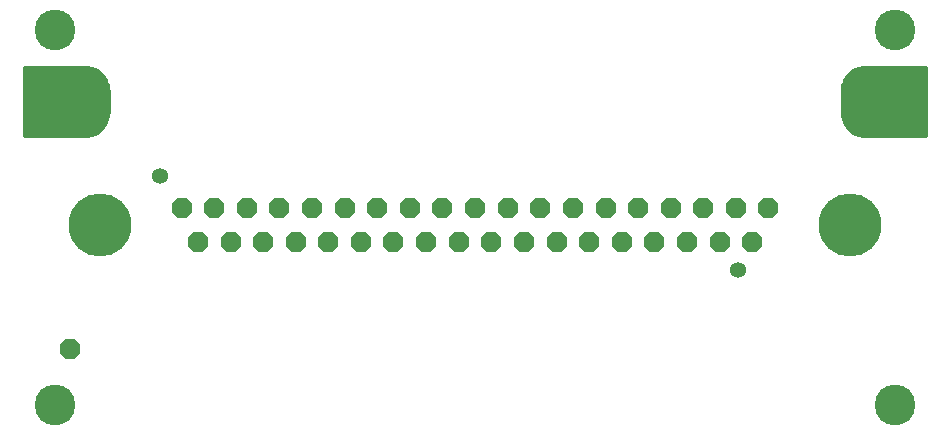
<source format=gbs>
G75*
%MOIN*%
%OFA0B0*%
%FSLAX25Y25*%
%IPPOS*%
%LPD*%
%AMOC8*
5,1,8,0,0,1.08239X$1,22.5*
%
%ADD10C,0.13583*%
%ADD11C,0.01600*%
%ADD12OC8,0.06984*%
%ADD13C,0.20984*%
%ADD14C,0.05346*%
D10*
X0016800Y0016800D03*
X0016800Y0141800D03*
X0296800Y0141800D03*
X0296800Y0016800D03*
D11*
X0287174Y0106800D02*
X0285942Y0106897D01*
X0284741Y0107185D01*
X0283599Y0107658D01*
X0282546Y0108304D01*
X0281606Y0109106D01*
X0280804Y0110046D01*
X0280158Y0111099D01*
X0279685Y0112241D01*
X0279397Y0113442D01*
X0279300Y0114674D01*
X0279300Y0121426D01*
X0279397Y0122658D01*
X0279685Y0123859D01*
X0280158Y0125001D01*
X0280804Y0126054D01*
X0281606Y0126994D01*
X0282546Y0127796D01*
X0283599Y0128442D01*
X0284741Y0128915D01*
X0285942Y0129203D01*
X0287174Y0129300D01*
X0306800Y0129300D01*
X0306800Y0106800D01*
X0287174Y0106800D01*
X0283832Y0107562D02*
X0306800Y0107562D01*
X0306800Y0109160D02*
X0281560Y0109160D01*
X0280367Y0110759D02*
X0306800Y0110759D01*
X0306800Y0112357D02*
X0279657Y0112357D01*
X0279357Y0113956D02*
X0306800Y0113956D01*
X0306800Y0115554D02*
X0279300Y0115554D01*
X0279300Y0117153D02*
X0306800Y0117153D01*
X0306800Y0118751D02*
X0279300Y0118751D01*
X0279300Y0120350D02*
X0306800Y0120350D01*
X0306800Y0121948D02*
X0279341Y0121948D01*
X0279610Y0123547D02*
X0306800Y0123547D01*
X0306800Y0125145D02*
X0280247Y0125145D01*
X0281393Y0126744D02*
X0306800Y0126744D01*
X0306800Y0128342D02*
X0283437Y0128342D01*
X0034300Y0121426D02*
X0034300Y0114674D01*
X0034203Y0113442D01*
X0033915Y0112241D01*
X0033442Y0111099D01*
X0032796Y0110046D01*
X0031994Y0109106D01*
X0031054Y0108304D01*
X0030001Y0107658D01*
X0028859Y0107185D01*
X0027658Y0106897D01*
X0026426Y0106800D01*
X0006800Y0106800D01*
X0006800Y0129300D01*
X0026426Y0129300D01*
X0027658Y0129203D01*
X0028859Y0128915D01*
X0030001Y0128442D01*
X0031054Y0127796D01*
X0031994Y0126994D01*
X0032796Y0126054D01*
X0033442Y0125001D01*
X0033915Y0123859D01*
X0034203Y0122658D01*
X0034300Y0121426D01*
X0034259Y0121948D02*
X0006800Y0121948D01*
X0006800Y0120350D02*
X0034300Y0120350D01*
X0034300Y0118751D02*
X0006800Y0118751D01*
X0006800Y0117153D02*
X0034300Y0117153D01*
X0034300Y0115554D02*
X0006800Y0115554D01*
X0006800Y0113956D02*
X0034243Y0113956D01*
X0033943Y0112357D02*
X0006800Y0112357D01*
X0006800Y0110759D02*
X0033233Y0110759D01*
X0032040Y0109160D02*
X0006800Y0109160D01*
X0006800Y0107562D02*
X0029768Y0107562D01*
X0033990Y0123547D02*
X0006800Y0123547D01*
X0006800Y0125145D02*
X0033353Y0125145D01*
X0032207Y0126744D02*
X0006800Y0126744D01*
X0006800Y0128342D02*
X0030163Y0128342D01*
D12*
X0059000Y0082400D03*
X0069800Y0082400D03*
X0080700Y0082400D03*
X0091600Y0082400D03*
X0102400Y0082400D03*
X0113300Y0082400D03*
X0124200Y0082400D03*
X0135100Y0082400D03*
X0145900Y0082400D03*
X0156800Y0082400D03*
X0167700Y0082400D03*
X0178500Y0082400D03*
X0189400Y0082400D03*
X0200300Y0082400D03*
X0211100Y0082400D03*
X0222000Y0082400D03*
X0232900Y0082400D03*
X0243700Y0082400D03*
X0254600Y0082400D03*
X0249200Y0071200D03*
X0238300Y0071200D03*
X0227400Y0071200D03*
X0216600Y0071200D03*
X0205700Y0071200D03*
X0194800Y0071200D03*
X0184000Y0071200D03*
X0173100Y0071200D03*
X0162200Y0071200D03*
X0151400Y0071200D03*
X0140500Y0071200D03*
X0129600Y0071200D03*
X0118700Y0071200D03*
X0107900Y0071200D03*
X0097000Y0071200D03*
X0086100Y0071200D03*
X0075300Y0071200D03*
X0064400Y0071200D03*
X0021800Y0035550D03*
D13*
X0031800Y0076800D03*
X0281800Y0076800D03*
D14*
X0244300Y0061800D03*
X0051800Y0093050D03*
M02*

</source>
